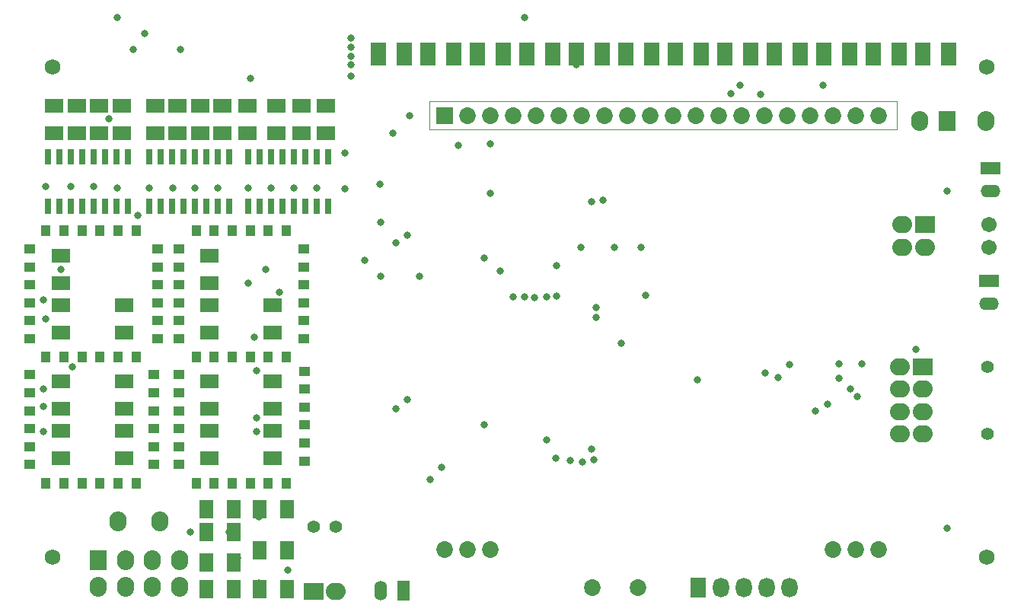
<source format=gts>
G04*
G04 #@! TF.GenerationSoftware,Altium Limited,Altium Designer,19.1.7 (138)*
G04*
G04 Layer_Color=8388736*
%FSLAX44Y44*%
%MOMM*%
G71*
G01*
G75*
%ADD12C,0.0500*%
%ADD21R,1.8032X2.6032*%
%ADD22R,1.6032X2.1032*%
%ADD23R,2.1032X1.6032*%
%ADD24R,0.8032X1.7232*%
%ADD25R,1.2032X1.0032*%
%ADD26R,1.0032X1.2032*%
%ADD27R,1.8532X1.8532*%
%ADD28C,1.8532*%
%ADD29R,1.9032X2.2032*%
%ADD30O,1.9032X2.2032*%
%ADD31R,2.2032X1.9032*%
%ADD32O,2.2032X1.9032*%
%ADD33C,1.4032*%
%ADD34O,2.2032X1.4032*%
%ADD35R,2.2032X1.4032*%
%ADD36C,1.7032*%
%ADD37O,1.4032X2.2032*%
%ADD38R,1.4032X2.2032*%
%ADD39R,1.8032X2.2032*%
%ADD40O,1.8032X2.2032*%
%ADD41C,1.8542*%
%ADD42C,1.7272*%
%ADD43C,0.8032*%
D12*
X738400Y790000D02*
Y821000D01*
X1258150D01*
Y790000D01*
X738400D01*
D21*
X875500Y874000D02*
D03*
X902000D02*
D03*
X930500D02*
D03*
X957000D02*
D03*
X985500D02*
D03*
X1012000D02*
D03*
X1040500D02*
D03*
X1067000D02*
D03*
X1095500D02*
D03*
X1122000D02*
D03*
X1150500D02*
D03*
X1177000D02*
D03*
X1205500D02*
D03*
X1232000D02*
D03*
X1260500D02*
D03*
X1287000D02*
D03*
X1315500D02*
D03*
X847000D02*
D03*
X820500D02*
D03*
X792000D02*
D03*
X765500D02*
D03*
X737000D02*
D03*
X710500D02*
D03*
X682000D02*
D03*
D22*
X490349Y278750D02*
D03*
X520849D02*
D03*
X549599D02*
D03*
X580099D02*
D03*
X579849Y321750D02*
D03*
X549349D02*
D03*
X520849Y341750D02*
D03*
Y307750D02*
D03*
X490349Y341750D02*
D03*
Y307750D02*
D03*
X549349Y367750D02*
D03*
X579849D02*
D03*
X520849D02*
D03*
X490349D02*
D03*
D23*
X399000Y423750D02*
D03*
Y454250D02*
D03*
Y478750D02*
D03*
Y509250D02*
D03*
Y563750D02*
D03*
Y594250D02*
D03*
X494000Y509250D02*
D03*
Y478750D02*
D03*
Y454250D02*
D03*
Y423750D02*
D03*
X564000D02*
D03*
Y454250D02*
D03*
Y478750D02*
D03*
Y509250D02*
D03*
Y563750D02*
D03*
Y594250D02*
D03*
X494000Y649250D02*
D03*
Y618750D02*
D03*
Y594250D02*
D03*
Y563750D02*
D03*
X329000Y649250D02*
D03*
Y618750D02*
D03*
Y594250D02*
D03*
Y563750D02*
D03*
Y509250D02*
D03*
Y478750D02*
D03*
Y454250D02*
D03*
Y423750D02*
D03*
X623500Y785250D02*
D03*
Y815750D02*
D03*
X596000D02*
D03*
Y785250D02*
D03*
X568500Y815750D02*
D03*
Y785250D02*
D03*
X536000Y815750D02*
D03*
Y785250D02*
D03*
X508500Y815750D02*
D03*
Y785250D02*
D03*
X483500Y815750D02*
D03*
Y785250D02*
D03*
X458500Y815750D02*
D03*
Y785250D02*
D03*
X433500Y815750D02*
D03*
Y785250D02*
D03*
X396000Y815750D02*
D03*
Y785250D02*
D03*
X371000Y815750D02*
D03*
Y785250D02*
D03*
X346000Y815750D02*
D03*
Y785250D02*
D03*
X321000Y815750D02*
D03*
Y785250D02*
D03*
D24*
X613250Y704000D02*
D03*
X625950D02*
D03*
X600550D02*
D03*
X587850D02*
D03*
X575150D02*
D03*
X562450D02*
D03*
X549750D02*
D03*
X537050D02*
D03*
X515950D02*
D03*
X503250D02*
D03*
X490550D02*
D03*
X477850D02*
D03*
X465150D02*
D03*
X452450D02*
D03*
X439750D02*
D03*
X427050D02*
D03*
X403450D02*
D03*
X390750D02*
D03*
X378050D02*
D03*
X365350D02*
D03*
X352650D02*
D03*
X339950D02*
D03*
X327250D02*
D03*
X314550D02*
D03*
X365350Y759000D02*
D03*
X378050D02*
D03*
X390750D02*
D03*
X403450D02*
D03*
X427050D02*
D03*
X439750D02*
D03*
X452450D02*
D03*
X465150D02*
D03*
X477850D02*
D03*
X490550D02*
D03*
X503250D02*
D03*
X515950D02*
D03*
X537050D02*
D03*
X549750D02*
D03*
X562450D02*
D03*
X575150D02*
D03*
X587850D02*
D03*
X600550D02*
D03*
X613250D02*
D03*
X625950D02*
D03*
X352650D02*
D03*
X339950D02*
D03*
X327250D02*
D03*
X314550D02*
D03*
D25*
X294000Y417000D02*
D03*
Y437000D02*
D03*
Y457000D02*
D03*
Y477000D02*
D03*
Y497000D02*
D03*
Y517000D02*
D03*
Y557000D02*
D03*
Y577000D02*
D03*
Y597000D02*
D03*
Y617000D02*
D03*
Y637000D02*
D03*
Y657000D02*
D03*
X432000Y517000D02*
D03*
Y497000D02*
D03*
Y477000D02*
D03*
Y457000D02*
D03*
Y437000D02*
D03*
Y417000D02*
D03*
X460000D02*
D03*
Y437000D02*
D03*
Y457000D02*
D03*
Y477000D02*
D03*
Y497000D02*
D03*
Y517000D02*
D03*
Y557000D02*
D03*
Y577000D02*
D03*
Y597000D02*
D03*
Y617000D02*
D03*
Y637000D02*
D03*
Y657000D02*
D03*
X436000D02*
D03*
Y637000D02*
D03*
Y617000D02*
D03*
Y597000D02*
D03*
Y577000D02*
D03*
Y557000D02*
D03*
X599500Y441000D02*
D03*
Y421000D02*
D03*
Y461000D02*
D03*
Y481000D02*
D03*
Y501000D02*
D03*
Y521000D02*
D03*
X598500Y557000D02*
D03*
Y577000D02*
D03*
Y597000D02*
D03*
Y617000D02*
D03*
Y637000D02*
D03*
Y657000D02*
D03*
D26*
X392000Y396500D02*
D03*
X412000D02*
D03*
X372000D02*
D03*
X352000D02*
D03*
X332000D02*
D03*
X312000D02*
D03*
X392000Y537000D02*
D03*
X412000D02*
D03*
X372000D02*
D03*
X352000D02*
D03*
X332000D02*
D03*
X312000D02*
D03*
X392000Y677500D02*
D03*
X412000D02*
D03*
X372000D02*
D03*
X352000D02*
D03*
X332000D02*
D03*
X312000D02*
D03*
X479000Y537000D02*
D03*
X499000D02*
D03*
X519000D02*
D03*
X539000D02*
D03*
X559000D02*
D03*
X579000D02*
D03*
X499000Y396500D02*
D03*
X479000D02*
D03*
X519000D02*
D03*
X539000D02*
D03*
X559000D02*
D03*
X579000D02*
D03*
Y677500D02*
D03*
X559000D02*
D03*
X539000D02*
D03*
X519000D02*
D03*
X499000D02*
D03*
X479000D02*
D03*
D27*
X755600Y805000D02*
D03*
D28*
X755600Y322400D02*
D03*
X781000D02*
D03*
X806400D02*
D03*
X1187400D02*
D03*
X1212800D02*
D03*
X1238200D02*
D03*
Y805000D02*
D03*
X1212800D02*
D03*
X1187400D02*
D03*
X1162000D02*
D03*
X1136600D02*
D03*
X1111200D02*
D03*
X1085800D02*
D03*
X1060400D02*
D03*
X1035000D02*
D03*
X1009600D02*
D03*
X984200D02*
D03*
X958800D02*
D03*
X933400D02*
D03*
X908000D02*
D03*
X882600D02*
D03*
X857200D02*
D03*
X831800D02*
D03*
X806400D02*
D03*
X781000D02*
D03*
D29*
X370303Y310752D02*
D03*
X1314000Y799000D02*
D03*
D30*
X370303Y280752D02*
D03*
X400303D02*
D03*
X430303D02*
D03*
X460303D02*
D03*
Y310752D02*
D03*
X438903Y353952D02*
D03*
X430303Y310752D02*
D03*
X391903Y353952D02*
D03*
X400303Y310752D02*
D03*
X1284000Y799000D02*
D03*
X1357250D02*
D03*
D31*
X609500Y276100D02*
D03*
X1287000Y526000D02*
D03*
X1289200Y684000D02*
D03*
D32*
X634500Y276100D02*
D03*
X1262000Y451000D02*
D03*
X1287000D02*
D03*
Y476000D02*
D03*
Y501000D02*
D03*
X1262000Y526000D02*
D03*
Y501000D02*
D03*
Y476000D02*
D03*
X1289200Y659000D02*
D03*
X1264200Y684000D02*
D03*
Y659000D02*
D03*
D33*
X609500Y347900D02*
D03*
X634500D02*
D03*
X1358800Y451000D02*
D03*
Y526000D02*
D03*
D34*
X1361000Y595600D02*
D03*
X1362000Y721600D02*
D03*
D35*
X1361000Y621000D02*
D03*
X1362000Y747000D02*
D03*
D36*
X1361000Y659000D02*
D03*
Y684000D02*
D03*
D37*
X684000Y277000D02*
D03*
D38*
X709400Y277000D02*
D03*
D39*
X1037200Y280000D02*
D03*
D40*
X1062600Y280000D02*
D03*
X1088000D02*
D03*
X1113400D02*
D03*
X1138800D02*
D03*
D41*
X919200Y280000D02*
D03*
X970000D02*
D03*
D42*
X319000Y314000D02*
D03*
Y859000D02*
D03*
X1358000Y314000D02*
D03*
Y859000D02*
D03*
D43*
X472599Y341750D02*
D03*
X489599Y367750D02*
D03*
X516000Y342000D02*
D03*
X525000Y313457D02*
D03*
X549000Y284957D02*
D03*
X580099Y278750D02*
D03*
X580599Y299750D02*
D03*
X549000Y322957D02*
D03*
X549000Y358957D02*
D03*
X523000Y276000D02*
D03*
X546500Y454000D02*
D03*
Y469000D02*
D03*
Y521500D02*
D03*
X544000Y559000D02*
D03*
X571500Y609000D02*
D03*
X556500Y634000D02*
D03*
X536500Y619000D02*
D03*
X666500Y644000D02*
D03*
X684000Y626500D02*
D03*
X701500Y664000D02*
D03*
X727750Y626500D02*
D03*
X799000Y646500D02*
D03*
X817000Y632000D02*
D03*
X831500Y604000D02*
D03*
X844000D02*
D03*
X855000Y603000D02*
D03*
X869000Y604000D02*
D03*
X879625Y604625D02*
D03*
X879760Y638510D02*
D03*
X906500Y659000D02*
D03*
X944000D02*
D03*
X974000D02*
D03*
X924000Y592000D02*
D03*
Y581000D02*
D03*
X952000Y552000D02*
D03*
X979000Y605000D02*
D03*
X1036000Y511000D02*
D03*
X1112000Y519000D02*
D03*
X1126000Y514000D02*
D03*
X1139000Y528000D02*
D03*
X1167500Y476500D02*
D03*
X1181000Y484000D02*
D03*
X1214000Y493000D02*
D03*
X1206500Y501500D02*
D03*
X1219000Y529000D02*
D03*
X1194000D02*
D03*
Y513000D02*
D03*
X1279798Y544809D02*
D03*
X1314000Y721500D02*
D03*
X1176500Y839000D02*
D03*
X1106500Y829000D02*
D03*
X1084000Y839000D02*
D03*
X1073500Y829500D02*
D03*
X1067250Y871250D02*
D03*
X1012250D02*
D03*
X957250D02*
D03*
X901500Y861500D02*
D03*
X844000Y914000D02*
D03*
X770250Y772375D02*
D03*
X806500Y774000D02*
D03*
Y719000D02*
D03*
X698000Y786000D02*
D03*
X716000Y805000D02*
D03*
X683000Y729000D02*
D03*
X644000Y764000D02*
D03*
X613000Y725000D02*
D03*
X644000Y724000D02*
D03*
X684000Y686500D02*
D03*
X714000Y672000D02*
D03*
X588000Y725000D02*
D03*
X562000D02*
D03*
X537000D02*
D03*
X503000D02*
D03*
X478000D02*
D03*
X453000D02*
D03*
X427000D02*
D03*
X391000D02*
D03*
X365000Y726000D02*
D03*
X339950Y725950D02*
D03*
X311500Y726500D02*
D03*
X382000Y802000D02*
D03*
X461500Y879000D02*
D03*
X421500Y896500D02*
D03*
X391500Y914000D02*
D03*
X409000Y879000D02*
D03*
X539000Y846500D02*
D03*
X651500Y849000D02*
D03*
Y861500D02*
D03*
Y871500D02*
D03*
Y881500D02*
D03*
Y891500D02*
D03*
X919000Y709000D02*
D03*
X931500Y711500D02*
D03*
X714000Y489000D02*
D03*
X701500Y479000D02*
D03*
X752206Y413567D02*
D03*
X739000Y400000D02*
D03*
X799000Y461500D02*
D03*
X869000Y444000D02*
D03*
X879000Y424000D02*
D03*
X894652Y421341D02*
D03*
X908298Y419926D02*
D03*
X919000Y434000D02*
D03*
X921117Y422000D02*
D03*
X1314000Y346500D02*
D03*
X1317250Y873750D02*
D03*
X1287250D02*
D03*
X414000Y694000D02*
D03*
X329000Y633999D02*
D03*
X309000Y600454D02*
D03*
X311500Y579000D02*
D03*
X309000Y501500D02*
D03*
Y481500D02*
D03*
Y454000D02*
D03*
X341000Y525750D02*
D03*
M02*

</source>
